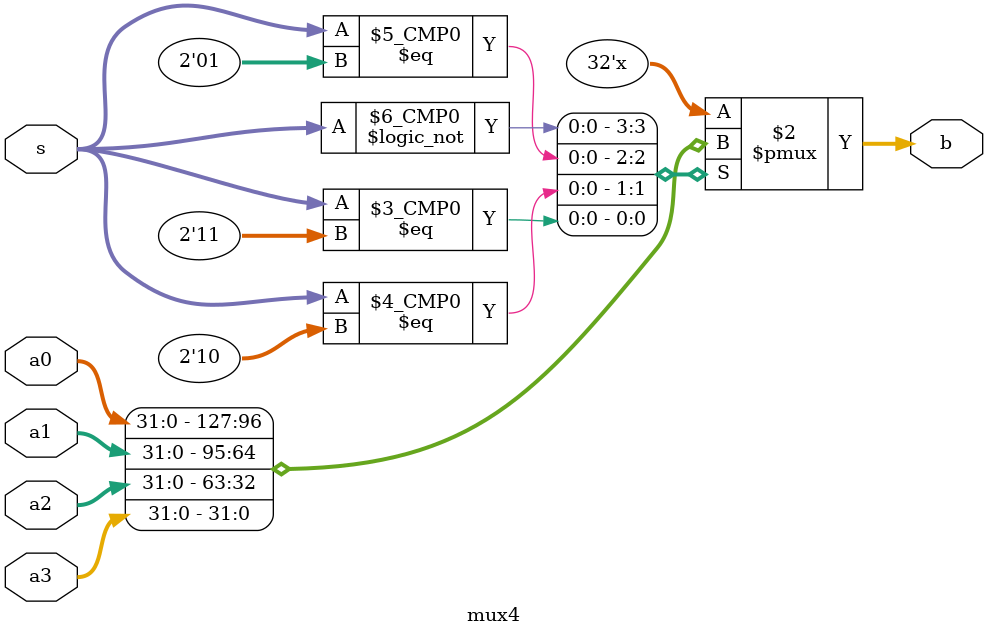
<source format=v>
module mux4(s,a1,a2,a3,a0,b);
input [1:0]s;
input [31:0]a0,a1,a2,a3;
output reg [31:0]b;

always @(*) begin
    case(s)
        2'b00: b = a0;
        2'b01: b = a1;
        2'b10: b = a2;
        2'b11: b = a3;
    endcase
end

endmodule
</source>
